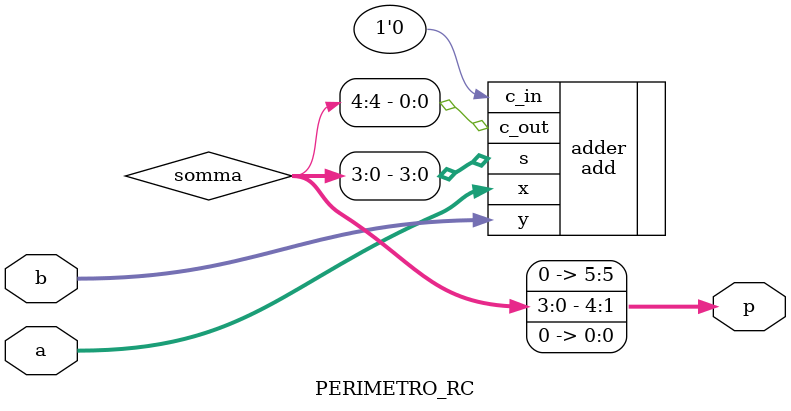
<source format=v>
module ABC(
    a, b, p,
    dav_, rfd,
    clock, reset_
);
    input [3:0] a, b;
    output [5:0] p;

    input dav_;
    output rfd;

    input clock, reset_;

    reg [5:0] P;
    assign p = P;

    reg RFD;
    assign rfd = RFD;

    reg [3:0] A, B;

    wire [5:0] out_rc;
    PERIMETRO_RC rc(
        .a(A), .b(B),
        .p(out_rc)
    );

    reg [2:0] STAR;
    localparam 
        S0 = 0, 
        S1 = 1,
        S2 = 2, 
        S3 = 3;
    
    always @(reset_ == 0) begin
        RFD <= 1;
        P <= 0;
        STAR <= S0;
    end

    always @(posedge clock) if (reset_ == 1) #3 begin
        casex (STAR)
            S0: begin
                A <= a;
                B <= b;
                STAR <= (dav_ == 0) ? S1 : S0;
            end 

            S1: begin
                // P <= 2 * (A + B);
                P <= out_rc;
                STAR <= S2;           
            end  

            S2: begin
                RFD <= 0;
                STAR <= (dav_ == 1) ? S3 : S2;
            end

            S3: begin
                RFD <= 1;
                STAR <= S0;
            end
        endcase
    end

endmodule

module PERIMETRO_RC(
    a, b,
    p
);
    input [3:0] a, b;
    output [5:0] p;

    wire [4:0] somma;
    add #( .N(4) ) adder(
        .x(a), .y(b), .c_in(1'b0),
        .s(somma[3:0]), .c_out(somma[4])
    );

    assign p = { somma[3:0], 1'b0 };

endmodule
</source>
